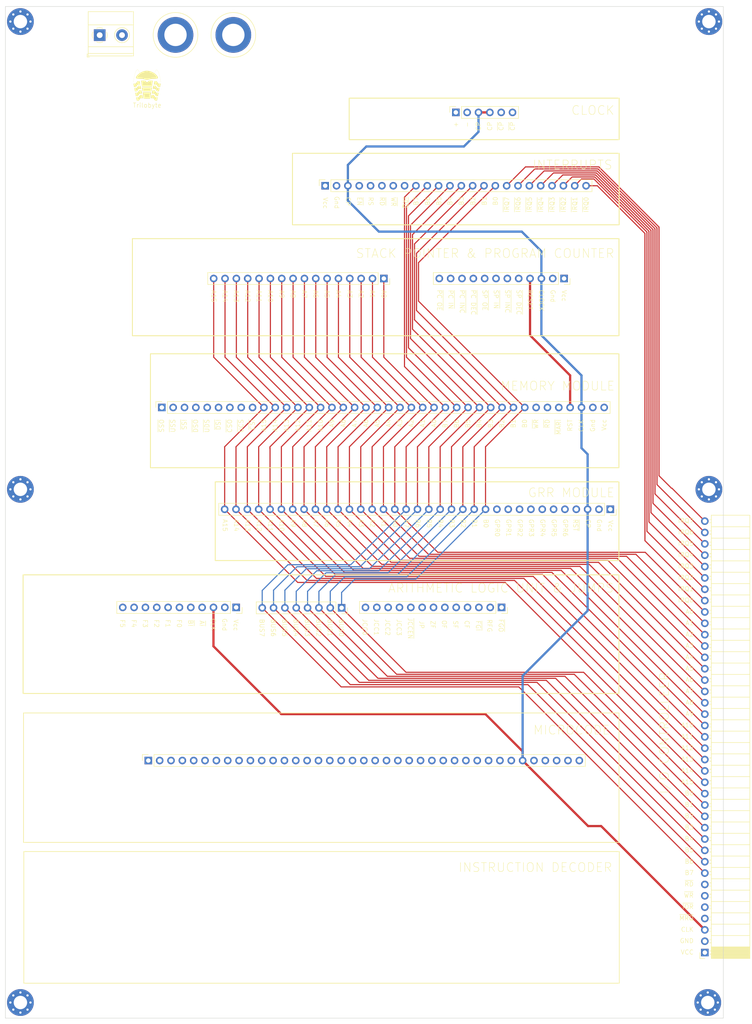
<source format=kicad_pcb>
(kicad_pcb (version 20211014) (generator pcbnew)
  (layers (0 "F.Cu" signal) (1 "In1.Cu" signal) (2 "In2.Cu" signal) (31 "B.Cu" signal) (34 "B.Paste" user) (35 "F.Paste" user) (36 "B.SilkS" user "B.Silkscreen") (37 "F.SilkS" user "F.Silkscreen") (38 "B.Mask" user) (39 "F.Mask" user) (44 "Edge.Cuts" user))
  (net 0 "")
  (net 1 "VCC")
  (net 2 "GND")
  (net 3 "CLOCK")
  (net 4 "~{LATCH_ACCUMULATOR}")
  (net 5 "~{LATCH_B}")
  (net 6 "ALU_FUNC_0")
  (net 7 "ALU_FUNC_1")
  (net 8 "ALU_FUNC_2")
  (net 9 "ALU_FUNC_3")
  (net 10 "ALU_FUNC_4")
  (net 11 "ALU_FUNC_5")
  (net 12 "RESET")
  (net 13 "~{SP_DEC}")
  (net 14 "~{SP_INC}")
  (net 15 "~{SP_LOAD}")
  (net 16 "~{SP_BUS_OUT}")
  (net 17 "~{PC_DEC}")
  (net 18 "~{PC_INC}")
  (net 19 "~{PC_LOAD}")
  (net 20 "~{PC_BUS_OUT}")
  (net 21 "BUS0")
  (net 22 "BUS1")
  (net 23 "BUS2")
  (net 24 "BUS3")
  (net 25 "BUS4")
  (net 26 "BUS5")
  (net 27 "BUS6")
  (net 28 "BUS7")
  (net 29 "~{ASSERT_STACK_SEG}")
  (net 30 "~{EN_STACK_SEG}")
  (net 31 "~{LATCH_STACK_SEG}")
  (net 32 "~{ASSERT_DATA_SEG}")
  (net 33 "~{EN_DATA_SEG}")
  (net 34 "~{LATCH_DATA_SEG}")
  (net 35 "~{ASSERT_CODE_SEG}")
  (net 36 "~{EN_CODE_SEG}")
  (net 37 "~{LATCH_CODE_SEG}")
  (net 38 "A15")
  (net 39 "A14")
  (net 40 "A13")
  (net 41 "A12")
  (net 42 "A11")
  (net 43 "A10")
  (net 44 "A9")
  (net 45 "A8")
  (net 46 "A7")
  (net 47 "A6")
  (net 48 "A5")
  (net 49 "A4")
  (net 50 "A3")
  (net 51 "A2")
  (net 52 "A1")
  (net 53 "A0")
  (net 54 "~{MEM_WRITE}")
  (net 55 "~{MEM_READ}")
  (net 56 "~{MEM_LATCH_MAR}")
  (net 57 "~{CONTROL7}")
  (net 58 "CONTROL6")
  (net 59 "CONTROL5")
  (net 60 "CONTROL4")
  (net 61 "CONTROL3")
  (net 62 "CONTROL2")
  (net 63 "CONTROL1")
  (net 64 "CONTROL0")
  (net 65 "~{FLAGS_OUT}")
  (net 66 "RESTORE_FLAGS")
  (net 67 "~{LATCH_FLAGS}")
  (net 72 "JCC_LD_PC_COND")
  (net 73 "~{JCC_EN}")
  (net 74 "JCC_ADR3")
  (net 75 "JCC_ADR2")
  (net 76 "JCC_ADR1")
  (net 77 "JCC_ADR0")
  (net 78 "~{CLOCK}")
  (net 79 "~{IREQ}")
  (net 80 "~{IRQ7}")
  (net 81 "~{IRQ6}")
  (net 82 "~{IRQ5}")
  (net 83 "~{IRQ4}")
  (net 84 "~{IRQ3}")
  (net 85 "~{IRQ2}")
  (net 86 "~{IRQ1}")
  (net 87 "~{IRQ0}")
  (net 88 "μA7")
  (net 89 "μA6")
  (net 90 "μA5")
  (net 91 "μA4")
  (net 92 "μA3")
  (net 93 "μA2")
  (net 94 "μA1")
  (net 95 "μA0")
  (net 96 "C_A7")
  (net 97 "C_A6")
  (net 98 "C_A5")
  (net 99 "C_A4")
  (net 100 "C_A3")
  (net 101 "C_A2")
  (net 102 "C_A1")
  (net 103 "C_A0")
  (net 104 "μB7")
  (net 105 "μB6")
  (net 106 "μB5")
  (net 107 "μB4")
  (net 108 "μB3")
  (net 109 "μB2")
  (net 110 "μB1")
  (net 111 "μB0")
  (net 112 "C_B7")
  (net 113 "C_B6")
  (net 114 "C_B5")
  (net 115 "C_B4")
  (net 116 "C_B3")
  (net 117 "C_B2")
  (net 118 "C_B1")
  (net 119 "C_B0")
  (net 120 "~{RESET}")
  (net 121 "~{LD_IR}")
  (net 122 "~{INT_REQUEST}")
  (net 123 "~{RESET_STEP}")
  (net 124 "~{IO_REQUEST}")
  (net 125 "~{INT_HDL_EN}")
  (net 126 "INT_HDL_REG_SEL")
  (net 127 "~{INT_HDL_READ}")
  (net 128 "~{INT_HDL_WRITE}")
  (net 129 "~{IO_READ}")
  (net 130 "~{IO_WRITE}")
  (net 131 "~{IO_MEM_REQUEST}")
  (footprint "Connector_PinSocket_2.54mm:PinSocket_1x24_P2.54mm_Vertical" (layer "F.Cu") (at 186.362 182.013 90)
    (fp_text reference "J3" hide)
    (fp_text value "Conn_01x24" hide)
  )
  (footprint "Connector_PinSocket_2.54mm:PinSocket_1x39_P2.54mm_Horizontal" (layer "F.Cu") (at 271.376 353.568 180)
    (fp_text reference "J15" hide)
    (fp_text value "Conn_01x39" hide)
  )
  (footprint "MountingHole:MountingHole_3mm_Pad_Via" (layer "F.Cu") (at 272.288 249.936)
    (fp_text reference "REF**" hide)
    (fp_text value "MountingHole_3mm_Pad_Via" hide)
  )
  (footprint "Connector_PinSocket_2.54mm:PinSocket_1x11_P2.54mm_Vertical" (layer "F.Cu") (at 166.423 276.352 -90)
    (fp_text reference "J1" hide)
    (fp_text value "Conn_01x12" hide)
  )
  (footprint "LIBRARY-8-bit-computer:BananaJack-2mm-Single" (layer "F.Cu") (at 165.794 148.272)
    (fp_text reference "J11" hide)
    (fp_text value "Screw_Terminal_01x01" hide)
  )
  (footprint "Connector_PinSocket_2.54mm:PinSocket_1x12_P2.54mm_Vertical" (layer "F.Cu") (at 239.856 202.77 -90)
    (fp_text reference "J2" hide)
    (fp_text value "Conn_01x12" hide)
  )
  (footprint "MountingHole:MountingHole_3mm_Pad_Via" (layer "F.Cu") (at 272.288 145.288)
    (fp_text reference "REF**" hide)
    (fp_text value "MountingHole_3mm_Pad_Via" hide)
  )
  (footprint "Connector_PinSocket_2.54mm:PinSocket_1x13_P2.54mm_Vertical" (layer "F.Cu") (at 225.858 276.352 -90)
    (fp_text reference "J8" hide)
    (fp_text value "Conn_01x13" hide)
  )
  (footprint "Connector_PinSocket_2.54mm:PinSocket_1x16_P2.54mm_Vertical" (layer "F.Cu") (at 199.49 202.77 -90)
    (fp_text reference "J7" hide)
    (fp_text value "Conn_01x16" hide)
  )
  (footprint "Connector_PinSocket_2.54mm:PinSocket_1x39_P2.54mm_Vertical" (layer "F.Cu") (at 146.754 310.604 90)
    (fp_text reference "J14" hide)
    (fp_text value "Conn_01x39" hide)
  )
  (footprint "Stephenv6:trilobyte-logo-small" (layer "F.Cu") (at 146.49 151.828)
    (fp_text reference "REF**" hide)
    (fp_text value "trilobyte-logo-small" hide)
  )
  (footprint "MountingHole:MountingHole_3mm_Pad_Via" (layer "F.Cu") (at 272.034 364.744)
    (fp_text reference "REF**" hide)
    (fp_text value "MountingHole_3mm_Pad_Via" hide)
  )
  (footprint "Connector_PinSocket_2.54mm:PinSocket_1x35_P2.54mm_Vertical" (layer "F.Cu") (at 250.208834 254.396583 -90)
    (fp_text reference "J6" hide)
    (fp_text value "Conn_01x35" hide)
  )
  (footprint "TerminalBlock_Phoenix:TerminalBlock_Phoenix_MKDS-1,5-2_1x02_P5.00mm_Horizontal" (layer "F.Cu") (at 135.862 148.323)
    (fp_text reference "J13" hide)
    (fp_text value "Screw_Terminal_01x02" hide)
  )
  (footprint "Connector_PinSocket_2.54mm:PinSocket_1x06_P2.54mm_Vertical" (layer "F.Cu") (at 215.612 165.611 90)
    (fp_text reference "J9" hide)
    (fp_text value "Conn_01x06" hide)
  )
  (footprint "LIBRARY-8-bit-computer:BananaJack-2mm-Single" (layer "F.Cu") (at 152.84 148.272)
    (fp_text reference "J10" hide)
    (fp_text value "Screw_Terminal_01x01" hide)
  )
  (footprint "MountingHole:MountingHole_3mm_Pad_Via" (layer "F.Cu") (at 118.11 364.744)
    (fp_text reference "REF**" hide)
    (fp_text value "MountingHole_3mm_Pad_Via" hide)
  )
  (footprint "MountingHole:MountingHole_3mm_Pad_Via" (layer "F.Cu") (at 118.11 145.288)
    (fp_text reference "REF**" hide)
    (fp_text value "MountingHole_3mm_Pad_Via" hide)
  )
  (footprint "Connector_PinSocket_2.54mm:PinSocket_1x08_P2.54mm_Vertical" (layer "F.Cu") (at 190.037 276.443 -90)
    (fp_text reference "J4" hide)
    (fp_text value "Conn_01x08" hide)
  )
  (footprint "Connector_PinSocket_2.54mm:PinSocket_1x40_P2.54mm_Vertical" (layer "F.Cu") (at 149.776 231.623 90)
    (fp_text reference "J5" hide)
    (fp_text value "Conn_01x40" hide)
  )
  (footprint "MountingHole:MountingHole_3mm_Pad_Via" (layer "F.Cu") (at 118.11 249.936)
    (fp_text reference "REF**" hide)
    (fp_text value "MountingHole_3mm_Pad_Via" hide)
  )
  (gr_rect (start 252.138 219.609) (end 147.236 245.099) (layer "F.SilkS") (width 0.2) (fill none))
  (gr_rect (start 252.154 215.572) (end 143.188 193.85) (layer "F.SilkS") (width 0.2) (fill none))
  (gr_rect (start 252.154 299.961) (end 118.804 328.917) (layer "F.SilkS") (width 0.15) (fill none))
  (gr_rect (start 252.222 330.962) (end 118.872 360.426) (layer "F.SilkS") (width 0.15) (fill none))
  (gr_rect (start 252.138 265.865) (end 161.738 248.253) (layer "F.SilkS") (width 0.2) (fill none))
  (gr_rect (start 118.713 295.609) (end 252.138 269.064) (layer "F.SilkS") (width 0.2) (fill none))
  (gr_rect (start 191.736 162.419) (end 252.188 171.707) (layer "F.SilkS") (width 0.2) (fill none))
  (gr_rect (start 179.036 174.755) (end 252.188 190.757) (layer "F.SilkS") (width 0.2) (fill none))
  (gr_rect (start 114.74 141.922) (end 275.522 368.236) (layer "Edge.Cuts") (width 0.1) (fill none))
  (gr_text "~{DSO}" (at 157.366 234.188 90) (layer "F.SilkS") (effects (font (size 1 1) (thickness 0.1)) (justify right)))
  (gr_text "A14" (at 166.479 256.54 270) (layer "F.SilkS") (effects (font (size 1 1) (thickness 0.1)) (justify left)))
  (gr_text "CLK" (at 268.918 348.408) (layer "F.SilkS") (effects (font (size 1 1) (thickness 0.1)) (justify right)))
  (gr_text "A9" (at 179.179 256.54 270) (layer "F.SilkS") (effects (font (size 1 1) (thickness 0.1)) (justify left)))
  (gr_text "A0" (at 268.918 277.288) (layer "F.SilkS") (effects (font (size 1 1) (thickness 0.1)) (justify right)))
  (gr_text "Vcc" (at 239.876 205.295 270) (layer "F.SilkS") (effects (font (size 1 1) (thickness 0.1)) (justify left)))
  (gr_text "IRQ7" (at 268.918 256.968) (layer "F.SilkS") (effects (font (size 1 1) (thickness 0.1)) (justify right)))
  (gr_text "B6" (at 215.786 234.188 90) (layer "F.SilkS") (effects (font (size 1 1) (thickness 0.1)) (justify right)))
  (gr_text "CP" (at 245.242 256.54 270) (layer "F.SilkS") (effects (font (size 1 1) (thickness 0.1)) (justify left)))
  (gr_text "~{FGO}" (at 225.72 281.94 270) (layer "F.SilkS") (effects (font (size 1 1) (thickness 0.1)) (justify right)))
  (gr_text "MEMORY MODULE" (at 238.422 226.811) (layer "F.SilkS") (effects (font (size 2 2) (thickness 0.1))))
  (gr_text "BUS2" (at 184.89 282.956 270) (layer "F.SilkS") (effects (font (size 1 1) (thickness 0.1)) (justify right)))
  (gr_text "B5" (at 218.326 234.188 90) (layer "F.SilkS") (effects (font (size 1 1) (thickness 0.1)) (justify right)))
  (gr_text "A11" (at 182.766 234.188 90) (layer "F.SilkS") (effects (font (size 1 1) (thickness 0.1)) (justify right)))
  (gr_text "A13" (at 177.686 234.188 90) (layer "F.SilkS") (effects (font (size 1 1) (thickness 0.1)) (justify right)))
  (gr_text "A6" (at 195.466 234.188 90) (layer "F.SilkS") (effects (font (size 1 1) (thickness 0.1)) (justify right)))
  (gr_text "IRQ1" (at 268.918 272.208) (layer "F.SilkS") (effects (font (size 1 1) (thickness 0.1)) (justify right)))
  (gr_text "~{IRQ}" (at 204.182 184.452 270) (layer "F.SilkS") (effects (font (size 1 1) (thickness 0.1)) (justify left)))
  (gr_text "B1" (at 268.918 320.468) (layer "F.SilkS") (effects (font (size 1 1) (thickness 0.1)) (justify right)))
  (gr_text "~{JCCEN}" (at 205.395 283.464 270) (layer "F.SilkS") (effects (font (size 1 1) (thickness 0.1)) (justify right)))
  (gr_text "B3" (at 216.872 186.474 90) (layer "F.SilkS") (effects (font (size 1 1) (thickness 0.1)) (justify left)))
  (gr_text "Gnd" (at 163.83 281.686 270) (layer "F.SilkS") (effects (font (size 1 1) (thickness 0.1)) (justify right)))
  (gr_text "A11" (at 174.099 256.54 270) (layer "F.SilkS") (effects (font (size 1 1) (thickness 0.1)) (justify left)))
  (gr_text "A9" (at 187.846 234.188 90) (layer "F.SilkS") (effects (font (size 1 1) (thickness 0.1)) (justify right)))
  (gr_text "BUS0" (at 189.97 282.956 270) (layer "F.SilkS") (effects (font (size 1 1) (thickness 0.1)) (justify right)))
  (gr_text "A5" (at 198.006 234.188 90) (layer "F.SilkS") (effects (font (size 1 1) (thickness 0.1)) (justify right)))
  (gr_text "GPR2" (at 229.979 260.604 270) (layer "F.SilkS") (effects (font (size 1 1) (thickness 0.1)) (justify right)))
  (gr_text "B4" (at 212.199 256.54 270) (layer "F.SilkS") (effects (font (size 1 1) (thickness 0.1)) (justify left)))
  (gr_text "GPR1" (at 227.439 260.604 270) (layer "F.SilkS") (effects (font (size 1 1) (thickness 0.1)) (justify right)))
  (gr_text "B0" (at 224.482 186.474 90) (layer "F.SilkS") (effects (font (size 1 1) (thickness 0.1)) (justify left)))
  (gr_text "-" (at 218.152 167.643 90) (layer "F.SilkS") (effects (font (size 1 1) (thickness 0.1)) (justify right)))
  (gr_text "~{IRQ3}" (at 237.202 184.452 90) (layer "F.SilkS") (effects (font (size 1 1) (thickness 0.1)) (justify right)))
  (gr_text "A2" (at 268.918 282.368) (layer "F.SilkS") (effects (font (size 1 1) (thickness 0.1)) (justify right)))
  (gr_text "A10" (at 176.639 256.54 270) (layer "F.SilkS") (effects (font (size 1 1) (thickness 0.1)) (justify left)))
  (gr_text "A5" (at 268.918 289.988) (layer "F.SilkS") (effects (font (size 1 1) (thickness 0.1)) (justify right)))
  (gr_text "B7" (at 206.722 186.484 90) (layer "F.SilkS") (effects (font (size 1 1) (thickness 0.1)) (justify left)))
  (gr_text "~{CSI}" (at 170.066 234.188 90) (layer "F.SilkS") (effects (font (size 1 1) (thickness 0.1)) (justify right)))
  (gr_text "CLOCK" (at 234.791 205.22 270) (layer "F.SilkS") (effects (font (size 1 1) (thickness 0.1)) (justify left)))
  (gr_text "JCC3" (at 202.895 282.727 270) (layer "F.SilkS") (effects (font (size 1 1) (thickness 0.1)) (justify right)))
  (gr_text "A4" (at 268.918 287.448) (layer "F.SilkS") (effects (font (size 1 1) (thickness 0.1)) (justify right)))
  (gr_text "B1" (at 219.819 256.54 270) (layer "F.SilkS") (effects (font (size 1 1) (thickness 0.1)) (justify left)))
  (gr_text "~{RST}" (at 242.425 256.54 270) (layer "F.SilkS") (effects (font (size 1 1) (thickness 0.1)) (justify left)))
  (gr_text "~{WR}" (at 233.566 234.188 90) (layer "F.SilkS") (effects (font (size 1 1) (thickness 0.1)) (justify right)))
  (gr_text "A3" (at 194.419 256.54 270) (layer "F.SilkS") (effects (font (size 1 1) (thickness 0.1)) (justify left)))
  (gr_text "IRQ0" (at 268.918 274.748) (layer "F.SilkS") (effects (font (size 1 1) (thickness 0.1)) (justify right)))
  (gr_text "GPR0" (at 224.899 260.604 270) (layer "F.SilkS") (effects (font (size 1 1) (thickness 0.1)) (justify right)))
  (gr_text "A12" (at 169.006 205.285 270) (layer "F.SilkS") (effects (font (size 1 1) (thickness 0.1)) (justify left)))
  (gr_text "IRQ4" (at 268.918 264.588) (layer "F.SilkS") (effects (font (size 1 1) (thickness 0.1)) (justify right)))
  (gr_text "BUS4" (at 179.81 282.956 270) (layer "F.SilkS") (effects (font (size 1 1) (thickness 0.1)) (justify right)))
  (gr_text "~{CP}" (at 225.772 167.643 90) (layer "F.SilkS") (effects (font (size 1 1) (thickness 0.1)) (justify right)))
  (gr_text "STACK POINTER & PROGRAM COUNTER" (at 222.182 197.152) (layer "F.SilkS") (effects (font (size 2 2) (thickness 0.1))))
  (gr_text "A7" (at 268.918 295.068) (layer "F.SilkS") (effects (font (size 1 1) (thickness 0.1)) (justify right)))
  (gr_text "A10" (at 268.918 302.688) (layer "F.SilkS") (effects (font (size 1 1) (thickness 0.1)) (justify right)))
  (gr_text "A7" (at 192.926 234.188 90) (layer "F.SilkS") (effects (font (size 1 1) (thickness 0.1)) (justify right)))
  (gr_text "A8" (at 190.386 234.188 90) (layer "F.SilkS") (effects (font (size 1 1) (thickness 0.1)) (justify right)))
  (gr_text "CP" (at 223.232 167.643 90) (layer "F.SilkS") (effects (font (size 1 1) (thickness 0.1)) (justify right)))
  (gr_text "F2" (at 148.59 280.924 270) (layer "F.SilkS") (effects (font (size 1 1) (thickness 0.1)) (justify right)))
  (gr_text "~{PC IN}" (at 214.476 205.245 270) (layer "F.SilkS") (effects (font (size 1 1) (thickness 0.1)) (justify left)))
  (gr_text "A4" (at 191.879 256.54 270) (layer "F.SilkS") (effects (font (size 1 1) (thickness 0.1)) (justify left)))
  (gr_text "B0" (at 268.918 317.928) (layer "F.SilkS") (effects (font (size 1 1) (thickness 0.1)) (justify right)))
  (gr_text "A12" (at 171.559 256.54 270) (layer "F.SilkS") (effects (font (size 1 1) (thickness 0.1)) (justify left)))
  (gr_text "B6" (at 207.119 256.54 270) (layer "F.SilkS") (effects (font (size 1 1) (thickness 0.1)) (justify left)))
  (gr_text "A15" (at 268.918 315.388) (layer "F.SilkS") (effects (font (size 1 1) (thickness 0.1)) (justify right)))
  (gr_text "~{CSO}" (at 164.986 234.188 90) (layer "F.SilkS") (effects (font (size 1 1) (thickness 0.1)) (justify right)))
  (gr_text "~{SP INC}" (at 227.176 205.195 270) (layer "F.SilkS") (effects (font (size 1 1) (thickness 0.1)) (justify left)))
  (gr_text "~{EN}" (at 194.042 184.452 270) (layer "F.SilkS") (effects (font (size 1 1) (thickness 0.1)) (justify left)))
  (gr_text "IRQ3" (at 268.918 267.128) (layer "F.SilkS") (effects (font (size 1 1) (thickness 0.1)) (justify right)))
  (gr_text "CP" (at 191.502 184.452 270) (layer "F.SilkS") (effects (font (size 1 1) (thickness 0.1)) (justify left)))
  (gr_text "A5" (at 189.339 256.54 270) (layer "F.SilkS") (effects (font (size 1 1) (thickness 0.1)) (justify left)))
  (gr_text "~{RD}" (at 236.106 234.188 90) (layer "F.SilkS") (effects (font (size 1 1) (thickness 0.1)) (justify right)))
  (gr_text "B2" (at 225.946 234.188 90) (layer "F.SilkS") (effects (font (size 1 1) (thickness 0.1)) (justify right)))
  (gr_text "~{AI}" (at 158.75 280.67 270) (layer "F.SilkS") (effects (font (size 1 1) (thickness 0.1)) (justify right)))
  (gr_text "A9" (at 176.626 205.285 270) (layer "F.SilkS") (effects (font (size 1 1) (thickness 0.1)) (justify left)))
  (gr_text "BUS7" (at 172.19 282.956 270) (layer "F.SilkS") (effects (font (size 1 1) (thickness 0.1)) (justify right)))
  (gr_text "B7" (at 204.579 256.54 270) (layer "F.SilkS") (effects (font (size 1 1) (thickness 0.1)) (justify left)))
  (gr_text "CF" (at 218.1 281.178 270) (layer "F.SilkS") (effects (font (size 1 1) (thickness 0.1)) (justify right)))
  (gr_text "B3" (at 223.406 234.188 90) (layer "F.SilkS") (effects (font (size 1 1) (thickness 0.1)) (justify right)))
  (gr_text "Vcc" (at 186.422 187.246 270) (layer "F.SilkS") (effects (font (size 1 1) (thickness 0.1)) (justify right)))
  (gr_text "Trilobyte" (at 146.49 164.02) (layer "F.SilkS") (effects (font (size 1 1) (thickness 0.1))))
  (gr_text "CLK" (at 243.726 234.188 90) (layer "F.SilkS") (effects (font (size 1 1) (thickness 0.1)) (justify right)))
  (gr_text "A8" (at 268.918 297.608) (layer "F.SilkS") (effects (font (size 1 1) (thickness 0.1)) (justify right)))
  (gr_text "BUS5" (at 177.27 282.956 270) (layer "F.SilkS") (effects (font (size 1 1) (thickness 0.1)) (justify right)))
  (gr_text "B5" (at 209.659 256.54 270) (layer "F.SilkS") (effects (font (size 1 1) (thickness 0.1)) (justify left)))
  (gr_text "SF" (at 215.56 281.178 270) (layer "F.SilkS") (effects (font (size 1 1) (thickness 0.1)) (justify right)))
  (gr_text "CLK" (at 161.29 281.686 270) (layer "F.SilkS") (effects (font (size 1 1) (thickness 0.1)) (justify right)))
  (gr_text "Gnd" (at 188.962 187.246 270) (layer "F.SilkS") (effects (font (size 1 1) (thickness 0.1)) (justify right)))
  (gr_text "A6" (at 184.246 205.285 270) (layer "F.SilkS") (effects (font (size 1 1) (thickness 0.1)) (justify left)))
  (gr_text "~{SP OE}" (at 222.106 205.245 270) (layer "F.SilkS") (effects (font (size 1 1) (thickness 0.1)) (justify left)))
  (gr_text "B0" (at 231.026 234.188 90) (layer "F.SilkS") (effects (font (size 1 1) (thickness 0.1)) (justify right)))
  (gr_text "A7" (at 181.706 205.285 270) (layer "F.SilkS") (effects (font (size 1 1) (thickness 0.1)) (justify left)))
  (gr_text "GPR6" (at 240.139 260.604 270) (layer "F.SilkS") (effects (font (size 1 1) (thickness 0.1)) (justify right)))
  (gr_text "GPR3" (at 232.519 260.604 270) (layer "F.SilkS") (effects (font (size 1 1) (thickness 0.1)) (justify right)))
  (gr_text "RFG" (at 223.18 281.94 270) (layer "F.SilkS") (effects (font (size 1 1) (thickness 0.1)) (justify right)))
  (gr_text "I/O CONTROLLEER" (at 262.314 304.466 90) (layer "F.SilkS") (effects (font (size 2 2) (thickness 0.1))))
  (gr_text "B1" (at 222.012 186.474 90) (layer "F.SilkS") (effects (font (size 1 1) (thickness 0.1)) (justify left)))
  (gr_text "RS" (at 196.582 184.452 270) (layer "F.SilkS") (effects (font (size 1 1) (thickness 0.1)) (justify left)))
  (gr_text "~{IRQ7}" (at 227.042 184.452 90) (layer "F.SilkS") (effects (font (size 1 1) (thickness 0.1)) (justify right)))
  (gr_text "VCC" (at 268.918 353.488) (layer "F.SilkS") (effects (font (size 1 1) (thickness 0.1)) (justify right)))
  (gr_text "BUS3" (at 182.35 282.956 270) (layer "F.SilkS") (effects (font (size 1 1) (thickness 0.1)) (justify right)))
  (gr_text "RESET" (at 232.251 205.195 270) (layer "F.SilkS") (effects (font (size 1 1) (thickness 0.1)) (justify left)))
  (gr_text "BUS6" (at 174.73 282.956 270) (layer "F.SilkS") (effects (font (size 1 1) (thickness 0.1)) (justify right)))
  (gr_text "JCC1" (at 197.82 282.702 270) (layer "F.SilkS") (effects (font (size 1 1) (thickness 0.1)) (justify right)))
  (gr_text "RST" (at 241.186 234.188 90) (layer "F.SilkS") (effects (font (size 1 1) (thickness 0.1)) (justify right)))
  (gr_text "~{USS}" (at 152.286 234.188 90) (layer "F.SilkS") (effects (font (size 1 1) (thickness 0.1)) (justify right)))
  (gr_text "F1" (at 151.13 280.924 270) (layer "F.SilkS") (effects (font (size 1 1) (thickness 0.1)) (justify right)))
  (gr_text "~{WR}" (at 201.662 184.452 270) (layer "F.SilkS") (effects (font (size 1 1) (thickness 0.1)) (justify left)))
  (gr_text "A1" (at 196.946 205.285 270) (layer "F.SilkS") (effects (font (size 1 1) (thickness 0.1)) (justify left)))
  (gr_text "A6" (at 268.918 292.528) (layer "F.SilkS") (effects (font (size 1 1) (thickness 0.1)) (justify right)))
  (gr_text "MICROCODE" (at 241.554 303.784) (layer "F.SilkS") (effects (font (size 2 2) (thickness 0.1))))
  (gr_text "~{SP DEC}" (at 229.726 205.22 270) (layer "F.SilkS") (effects (font (size 1 1) (thickness 0.1)) (justify left)))
  (gr_text "B2" (at 268.918 323.008) (layer "F.SilkS") (effects (font (size 1 1) (thickness 0.1)) (justify right)))
  (gr_text "~{CP}" (at 228.312 167.643 90) (layer "F.SilkS") (effects (font (size 1 1) (thickness 0.1)) (justify right)))
  (gr_text "F0" (at 153.67 280.924 270) (layer "F.SilkS") (effects (font (size 1 1) (thickness 0.1)) (justify right)))
  (gr_text "CP" (at 220.692 167.643 90) (layer "F.SilkS") (effects (font (size 1 1) (thickness 0.1)) (justify right)))
  (gr_text "~{UDS}" (at 159.906 234.188 90) (layer "F.SilkS") (effects (font (size 1 1) (thickness 0.1)) (justify right)))
  (gr_text "CLOCK" (at 246.312 165.148) (layer "F.SilkS") (effects (font (size 2 2) (thickness 0.1))))
  (gr_text "~{WR}" (at 268.918 340.788) (layer "F.SilkS") (effects (font (size 1 1) (thickness 0.1)) (justify right)))
  (gr_text "~{RD}" (at 199.122 184.452 270) (layer "F.SilkS") (effects (font (size 1 1) (thickness 0.1)) (justify left)))
  (gr_text "A4" (at 189.326 205.285 270) (layer "F.SilkS") (effects (font (size 1 1) (thickness 0.1)) (justify left)))
  (gr_text "+" (at 215.612 167.643 90) (layer "F.SilkS") (effects (font (size 1 1) (thickness 0.1)) (justify right)))
  (gr_text "A8" (at 179.166 205.285 270) (layer "F.SilkS") (effects (font (size 1 1) (thickness 0.1)) (justify left)))
  (gr_text "GPR5" (at 237.599 260.604 270) (layer "F.SilkS") (effects (font (size 1 1) (thickness 0.1)) (justify right)))
  (gr_text "A1" (at 208.166 234.188 90) (layer "F.SilkS") (effects (font (size 1 1) (thickness 0.1)) (justify right)))
  (gr_text "A10" (at 174.086 205.285 270) (layer "F.SilkS") (effects (font (size 1 1) (thickness 0.1)) (justify left)))
  (gr_text "A9" (at 268.918 300.148) (layer "F.SilkS") (effects (font (size 1 1) (thickness 0.1)) (justify right)))
  (gr_text "B6" (at 209.322 186.474 90) (layer "F.SilkS") (effects (font (size 1 1) (thickness 0.1)) (justify left)))
  (gr_text "Vcc" (at 250.299 256.794 270) (layer "F.SilkS") (effects (font (size 1 1) (thickness 0.1)) (justify left)))
  (gr_text "~{IRQ2}" (at 239.742 184.452 90) (layer "F.SilkS") (effects (font (size 1 1) (thickness 0.1)) (justify right)))
  (gr_text "INTERRUPTS" (at 241.74 177.34) (layer "F.SilkS") (effects (font (size 2 2) (thickness 0.1))))
  (gr_text "B6" (at 268.918 333.168) (layer "F.SilkS") (effects (font (size 1 1) (thickness 0.1)) (justify right)))
  (gr_text "JCC2" (at 200.345 282.727 270) (layer "F.SilkS") (effects (font (size 1 1) (thickness 0.1)) (justify right)))
  (gr_text "~{UCS}" (at 167.526 234.188 90) (layer "F.SilkS") (effects (font (size 1 1) (thickness 0.1)) (justify right)))
  (gr_text "A8" (at 181.719 256.54 270) (layer "F.SilkS") (effects (font (size 1 1) (thickness 0.1)) (justify left)))
  (gr_text "A5" (at 186.786 205.285 270) (layer "F.SilkS") (effects (font (size 1 1) (thickness 0.1)) (justify left)))
  (gr_text "A13" (at 169.019 256.54 270) (layer "F.SilkS") (effects (font (size 1 1) (thickness 0.1)) (justify left)))
  (gr_text "B3" (at 268.918 325.548) (layer "F.SilkS") (effects (font (size 1 1) (thickness 0.1)) (justify right)))
  (gr_text "A2" (at 196.959 256.54 270) (layer "F.SilkS") (effects (font (size 1 1) (thickness 0.1)) (justify left)))
  (gr_text "A11" (at 268.918 305.228) (layer "F.SilkS") (effects (font (size 1 1) (thickness 0.1)) (justify right)))
  (gr_text "B7" (at 213.246 234.188 90) (layer "F.SilkS") (effects (font (size 1 1) (thickness 0.1)) (justify right)))
  (gr_text "A0" (at 210.706 234.188 90) (layer "F.SilkS") (effects (font (size 1 1) (thickness 0.1)) (justify right)))
  (gr_text "~{IRQ0}" (at 244.822 184.452 90) (layer "F.SilkS") (effects (font (size 1 1) (thickness 0.1)) (justify right)))
  (gr_text "Gnd" (at 247.759 256.54 270) (layer "F.SilkS") (effects (font (size 1 1) (thickness 0.1)) (justify left)))
  (gr_text "A6" (at 186.799 256.54 270) (layer "F.SilkS") (effects (font (size 1 1) (thickness 0.1)) (justify left)))
  (gr_text "~{PC OE}" (at 211.951 205.22 270) (layer "F.SilkS") (effects (font (size 1 1) (thickness 0.1)) (justify left)))
  (gr_text "F4" (at 143.51 280.924 270) (layer "F.SilkS") (effects (font (size 1 1) (thickness 0.1)) (justify right)))
  (gr_text "B5" (at 268.918 330.628) (layer "F.SilkS") (effects (font (size 1 1) (thickness 0.1)) (justify right)))
  (gr_text "GPR4" (at 235.059 260.604 270) (layer "F.SilkS") (effects (font (size 1 1) (thickness 0.1)) (justify right)))
  (gr_text "A11" (at 171.546 205.285 270) (layer "F.SilkS") (effects (font (size 1 1) (thickness 0.1)) (justify left)))
  (gr_text "A15" (at 163.939 256.54 270) (layer "F.SilkS") (effects (font (size 1 1) (thickness 0.1)) (justify left)))
  (gr_text "~{DSI}" (at 162.446 234.188 90) (layer "F.SilkS") (effects (font (size 1 1) (thickness 0.1)) (justify right)))
  (gr_text "~{IRQ1}" (at 242.282 184.452 90) (layer "F.SilkS") (effects (font (size 1 1) (thickness 0.1)) (justify right)))
  (gr_text "A15" (at 172.606 234.188 90) (layer "F.SilkS") (effects (font (size 1 1) (thickness 0.1)) (justify right)))
  (gr_text "~{MRQ}" (at 268.918 345.868) (layer "F.SilkS") (effects (font (size 1 1) (thickness 0.1)) (justify right)))
  (gr_text "~{FGI}" (at 220.64 281.686 270) (layer "F.SilkS") (effects (font (size 1 1) (thickness 0.1)) (justify right)))
  (gr_text "A12" (at 268.918 307.768) (layer "F.SilkS") (effects (font (size 1 1) (thickness 0.1)) (justify right)))
  (gr_text "BUS1" (at 187.43 282.956 270) (layer "F.SilkS") (effects (font (size 1 1) (thickness 0.1)) (justify right)))
  (gr_text "A1" (at 199.499 256.54 270) (layer "F.SilkS") (effects (font (size 1 1) (thickness 0.1)) (justify left)))
  (gr_text "~{BI}" (at 156.21 280.67 270) (layer "F.SilkS") (effects (font (size 1 1) (thickness 0.1)) (justify right)))
  (gr_text "B7" (at 268.918 335.708) (layer "F.SilkS") (effects (font (size 1 1) (thickness 0.1)) (justify right)))
  (gr_text "~{MARI}" (at 238.646 234.188 90) (layer "F.SilkS") (effects (font (size 1 1) (thickness 0.1)) (justify right)))
  (gr_text "A14" (at 163.926 205.285 270) (layer "F.SilkS") (effects (font (size 1 1) (thickness 0.1)) (justify left)))
  (gr_text "B4" (at 268.918 328.088) (layer "F.SilkS") (effects (font (size 1 1) (thickness 0.1)) (justify right)))
  (gr_text "A14" (at 175.146 234.188 90) (layer "F.SilkS") (effects (font (size 1 1) (thickness 0.1)) (justify right)))
  (gr_text "A3" (at 203.086 234.188 90) (layer "F.SilkS") (effects (font (size 1 1) (thickness 0.1)) (justify right)))
  (gr_text "~{RD}" (at 268.918 338.248) (layer "F.SilkS") (effects (font (size 1 1) (thickness 0.1)) (justify right)))
  (gr_text "A10" (at 185.306 234.188 90) (layer "F.SilkS") (effects (font (size 1 1) (thickness 0.1)) (justify right)))
  (gr_text "Vcc" (at 248.806 234.188 90) (layer "F.SilkS") (effects (font (size 1 1) (thickness 0.1)) (justify right)))
  (gr_text "Gnd" (at 237.351 205.22 270) (layer "F.SilkS") (effects (font (size 1 1) (thickness 0.1)) (justify left)))
  (gr_text "GND" (at 268.918 350.948) (layer "F.SilkS") (effects (font (size 1 1) (thickness 0.1)) (justify right)))
  (gr_text "B5" (at 211.852 186.466 90) (layer "F.SilkS") (effects (font (size 1 1) (thickness 0.1)) (justify left)))
  (gr_text "IRQ6" (at 268.918 259.508) (layer "F.SilkS") (effects (font (size 1 1) (thickness 0.1)) (justify right)))
  (gr_text "~{PC INC}" (at 217.026 205.22 270) (layer "F.SilkS") (effects (font (size 1 1) (thickness 0.1)) (justify left)))
  (gr_text "ARITHMETIC LOGIC UNIT & JUMPS" (at 225.722 272.023) (layer "F.SilkS") (effects (font (size 2 2) (thickness 0.1))))
  (gr_text "A2" (at 205.626 234.188 90) (layer "F.SilkS") (effects (font (size 1 1) (thickness 0.1)) (justify right)))
  (gr_text "~{SP IN}" (at 224.626 205.245 270) (layer "F.SilkS") (effects (font (size 1 1) (thickness 0.1)) (justify left)))
  (gr_text "~{IOR}" (at 268.918 343.328) (layer "F.SilkS") (effects (font (size 1 1) (thickness 0.1)) (justify right)))
  (gr_text "JP" (at 207.97 281.178 270) (layer "F.SilkS") (effects (font (size 1 1) (thickness 0.1)) (justify right)))
  (gr_text "~{PC DEC}" (at 219.551 205.22 270) (layer "F.SilkS") (effects (font (size 1 1) (thickness 0.1)) (justify left)))
  (gr_text "~{IRQ4}" (at 234.662 184.452 90) (layer "F.SilkS") (effects (font (size 1 1) (thickness 0.1)) (justify right)))
  (gr_text "~{SSI}" (at 154.826 234.188 90) (layer "F.SilkS") (effects (font (size 1 1) (thickness 0.1)) (justify right)))
  (gr_text "A13" (at 166.466 205.285 270) (layer "F.SilkS") (effects (font (size 1 1) (thickness 0.1)) (justify left)))
  (gr_text "~{SSO}" (at 149.746 234.188 90) (layer "F.SilkS") (effects (font (size 1 1) (thickness 0.1)) (justify right)))
  (gr_text "A3" (at 268.918 284.908) (layer "F.SilkS") (effects (font (size 1 1) (thickness 0.1)) (justify right)))
  (gr_text "A14" (at 268.918 312.848) (layer "F.SilkS") (effects (font (size 1 1) (thickness 0.1)) (justify right)))
  (gr_text "INSTRUCTION DECODER" (at 233.426 334.518) (layer "F.SilkS") (effects (font (size 2 2) (thickness 0.1))))
  (gr_text "Vcc" (at 166.37 281.686 270) (layer "F.SilkS") (effects (font (size 1 1) (thickness 0.1)) (justify right)))
  (gr_text "A12" (at 180.226 234.188 90) (layer "F.SilkS") (effects (font (size 1 1) (thickness 0.1)) (justify right)))
  (gr_text "A0" (at 199.486 205.285 270) (layer "F.SilkS") (effects (font (size 1 1) (thickness 0.1)) (justify left)))
  (gr_text "IRQ2" (at 268.918 269.668) (layer "F.SilkS") (effects (font (size 1 1) (thickness 0.1)) (justify right)))
  (gr_text "A0" (at 202.039 256.54 270) (layer "F.SilkS") (effects (font (size 1 1) (thickness 0.1)) (justify left)))
  (gr_text "Gnd" (at 246.266 234.188 90) (layer "F.SilkS") (effects (font (size 1 1) (thickness 0.1)) (justify right)))
  (gr_text "GRR MODULE" (at 241.47 250.687) (layer "F.SilkS") (effects (font (size 2 2) (thickness 0.1))))
  (gr_text "B3" (at 214.739 256.54 270) (layer "F.SilkS") (effects (font (size 1 1) (thickness 0.1)) (justify left)))
  (gr_text "B0" (at 222.359 256.54 270) (layer "F.SilkS") (effects (font (size 1 1) (thickness 0.1)) (justify left)))
  (gr_text "B1" (at 228.486 234.188 90) (layer "F.SilkS") (effects (font (size 1 1) (thickness 0.1)) (justify right)))
  (gr_text "JCC0" (at 195.245 282.677 270) (layer "F.SilkS") (effects (font (size 1 1) (thickness 0.1)) (justify right)))
  (gr_text "~{IRQ5}" (at 232.122 184.452 90) (layer "F.SilkS") (effects (font (size 1 1) (thickness 0.1)) (justify right)))
  (gr_text "F3" (at 146.05 280.924 270) (layer "F.SilkS") (effects (font (size 1 1) (thickness 0.1)) (justify right)))
  (gr_text "OF" (at 213.02 281.178 270) (layer "F.SilkS") (effects (font (size 1 1) (thickness 0.1)) (justify right)))
  (gr_text "B4" (at 214.342 186.466 90) (layer "F.SilkS") (effects (font (size 1 1) (thickness 0.1)) (justify left)))
  (gr_text "~{IRQ6}" (at 229.582 184.452 90) (layer "F.SilkS") (effects (font (size 1 1) (thickness 0.1)) (justify right)))
  (gr_text "A13" (at 268.918 310.308) (layer "F.SilkS") (effects (font (size 1 1) (thickness 0.1)) (justify right)))
  (gr_text "B4" (at 220.866 234.188 90) (layer "F.SilkS") (effects (font (size 1 1) (thickness 0.1)) (justify right)))
  (gr_text "A1" (at 268.918 279.828) (layer "F.SilkS") (effects (font (size 1 1) (thickness 0.1)) (justify right)))
  (gr_text "IRQ5" (at 268.918 262.048) (layer "F.SilkS") (effects (font (size 1 1) (thickness 0.1)) (justify right)))
  (gr_text "ZF" (at 210.48 281.178 270) (layer "F.SilkS") (effects (font (size 1 1) (thickness 0.1)) (justify right)))
  (gr_text "A3" (at 191.866 205.285 270) (layer "F.SilkS") (effects (font (size 1 1) (thickness 0.1)) (justify left)))
  (gr_text "B2" (at 217.279 256.54 270) (layer "F.SilkS") (effects (font (size 1 1) (thickness 0.1)) (justify left)))
  (gr_text "B2" (at 219.472 186.474 90) (layer "F.SilkS") (effects (font (size 1 1) (thickness 0.1)) (justify left)))
  (gr_text "A15" (at 161.386 205.285 270) (layer "F.SilkS") (effects (font (size 1 1) (thickness 0.1)) (justify left)))
  (gr_text "A2" (at 194.406 205.285 270) (layer "F.SilkS") (effects (font (size 1 1) (thickness 0.1)) (justify left)))
  (gr_text "A7" (at 184.259 256.54 270) (layer "F.SilkS") (effects (font (size 1 1) (thickness 0.1)) (justify left)))
  (gr_text "F5" (at 140.97 280.924 270) (layer "F.SilkS") (effects (font (size 1 1) (thickness 0.1)) (justify right)))
  (gr_text "A4" (at 200.546 234.188 90) (layer "F.SilkS") (effects (font (size 1 1) (thickness 0.1)) (justify right)))
  (segment (start 161.343 276.352) (end 161.343 285.041) (width 0.5) (layer "F.Cu") (net 3))
  (segment (start 161.343 285.041) (end 176.53 300.228) (width 0.5) (layer "F.Cu") (net 3))
  (segment (start 176.53 300.228) (end 222.25 300.228) (width 0.5) (layer "F.Cu") (net 3))
  (segment (start 230.574 308.552) (end 230.574 310.604) (width 0.5) (layer "F.Cu") (net 3))
  (segment (start 222.25 300.228) (end 230.574 308.552) (width 0.5) (layer "F.Cu") (net 3))
  (segment (start 230.574 310.604) (end 245.24 325.27) (width 0.5) (layer "F.Cu") (net 3))
  (segment (start 248.158 325.27) (end 271.376 348.488) (width 0.5) (layer "F.Cu") (net 3))
  (segment (start 245.24 325.27) (end 248.158 325.27) (width 0.5) (layer "F.Cu") (net 3))
  (segment (start 220.692 165.611) (end 223.232 165.611) (width 0.5) (layer "F.Cu") (net 3))
  (segment (start 195.58 173.228) (end 191.442 177.366) (width 0.5) (layer "B.Cu") (net 3))
  (segment (start 245.128834 254.396583) (end 245.128834 277.095166) (width 0.5) (layer "B.Cu") (net 3))
  (segment (start 234.776 196.676) (end 234.776 202.77) (width 0.5) (layer "B.Cu") (net 3))
  (segment (start 234.776 202.77) (end 234.776 215.472) (width 0.5) (layer "B.Cu") (net 3))
  (segment (start 217.424 173.228) (end 195.58 173.228) (width 0.5) (layer "B.Cu") (net 3))
  (segment (start 243.756 240.708) (end 245.128834 242.080834) (width 0.5) (layer "B.Cu") (net 3))
  (segment (start 191.442 182.013) (end 191.442 185.346) (width 0.5) (layer "B.Cu") (net 3))
  (segment (start 230.378 192.278) (end 234.776 196.676) (width 0.5) (layer "B.Cu") (net 3))
  (segment (start 230.574 291.65) (end 230.574 310.604) (width 0.5) (layer "B.Cu") (net 3))
  (segment (start 243.756 224.452) (end 243.756 231.623) (width 0.5) (layer "B.Cu") (net 3))
  (segment (start 220.692 169.96) (end 217.424 173.228) (width 0.5) (layer "B.Cu") (net 3))
  (segment (start 220.692 165.611) (end 220.692 169.96) (width 0.5) (layer "B.Cu") (net 3))
  (segment (start 243.756 231.623) (end 243.756 240.708) (width 0.5) (layer "B.Cu") (net 3))
  (segment (start 191.442 177.366) (end 191.442 182.013) (width 0.5) (layer "B.Cu") (net 3))
  (segment (start 245.128834 277.095166) (end 230.574 291.65) (width 0.5) (layer "B.Cu") (net 3))
  (segment (start 198.374 192.278) (end 230.378 192.278) (width 0.5) (layer "B.Cu") (net 3))
  (segment (start 234.776 215.472) (end 243.756 224.452) (width 0.5) (layer "B.Cu") (net 3))
  (segment (start 191.442 185.346) (end 198.374 192.278) (width 0.5) (layer "B.Cu") (net 3))
  (segment (start 245.128834 242.080834) (end 245.128834 254.396583) (width 0.5) (layer "B.Cu") (net 3))
  (segment (start 241.216 224.452) (end 241.216 231.623) (width 0.5) (layer "F.Cu") (net 12))
  (segment (start 232.236 202.77) (end 232.236 215.472) (width 0.5) (layer "F.Cu") (net 12))
  (segment (start 232.236 215.472) (end 241.216 224.452) (width 0.5) (layer "F.Cu") (net 12))
  (segment (start 204.462446 290.868446) (end 244.236446 290.868446) (width 0.25) (layer "F.Cu") (net 21))
  (segment (start 244.236446 290.868446) (end 271.376 318.008) (width 0.25) (layer "F.Cu") (net 21))
  (segment (start 222.268834 254.396583) (end 222.268834 240.410166) (width 0.25) (layer "F.Cu") (net 21))
  (segment (start 224.462 182.013) (end 207.264 199.211) (width 0.25) (layer "F.Cu") (net 21))
  (segment (start 190.037 276.443) (end 204.462446 290.868446) (width 0.25) (layer "F.Cu") (net 21))
  (segment (start 207.264 199.211) (end 207.264 207.831) (width 0.25) (layer "F.Cu") (net 21))
  (segment (start 222.268834 240.410166) (end 231.056 231.623) (width 0.25) (layer "F.Cu") (net 21))
  (segment (start 207.264 207.831) (end 231.056 231.623) (width 0.25) (layer "F.Cu") (net 21))
  (segment (start 190.037 273.005) (end 193.04 270.002) (width 0.25) (layer "B.Cu") (net 21))
  (segment (start 206.663417 270.002) (end 222.268834 254.396583) (width 0.25) (layer "B.Cu") (net 21))
  (segment (start 193.04 270.002) (end 206.663417 270.002) (width 0.25) (layer "B.Cu") (net 21))
  (segment (start 190.037 276.443) (end 190.037 273.005) (width 0.25) (layer "B.Cu") (net 21))
  (segment (start 206.81449 209.92149) (end 228.516 231.623) (width 0.25) (layer "F.Cu") (net 22))
  (segment (start 219.728834 240.410166) (end 228.516 231.623) (width 0.25) (layer "F.Cu") (net 22))
  (segment (start 219.728834 254.396583) (end 219.728834 240.410166) (width 0.25) (layer "F.Cu") (net 22))
  (segment (start 271.376 320.548) (end 242.14596 291.31796) (width 0.25) (layer "F.Cu") (net 22))
  (segment (start 206.81449 197.12051) (end 206.81449 209.92149) (width 0.25) (layer "F.Cu") (net 22))
  (segment (start 242.14596 291.31796) (end 202.37196 291.31796) (width 0.25) (layer "F.Cu") (net 22))
  (segment (start 221.922 182.013) (end 206.81449 197.12051) (width 0.25) (layer "F.Cu") (net 22))
  (segment (start 202.37196 291.31796) (end 187.497 276.443) (width 0.25) (layer "F.Cu") (net 22))
  (segment (start 187.497 276.443) (end 187.497 272.751) (width 0.25) (layer "B.Cu") (net 22))
  (segment (start 204.631417 269.494) (end 219.728834 254.396583) (width 0.25) (layer "B.Cu") (net 22))
  (segment (start 190.754 269.494) (end 204.631417 269.494) (width 0.25) (layer "B.Cu") (net 22))
  (segment (start 187.497 272.751) (end 190.754 269.494) (width 0.25) (layer "B.Cu") (net 22))
  (segment (start 206.36498 212.01198) (end 225.976 231.623) (width 0.25) (layer "F.Cu") (net 23))
  (segment (start 240.05547 291.76747) (end 200.28147 291.76747) (width 0.25) (layer "F.Cu") (net 23))
  (segment (start 206.36498 195.03002) (end 206.36498 212.01198) (width 0.25) (layer "F.Cu") (net 23))
  (segment (start 217.188834 254.396583) (end 217.188834 240.410166) (width 0.25) (layer "F.Cu") (net 23))
  (segment (start 217.188834 240.410166) (end 225.976 231.623) (width 0.25) (layer "F.Cu") (net 23))
  (segment (start 219.382 182.013) (end 206.36498 195.03002) (width 0.25) (layer "F.Cu") (net 23))
  (segment (start 271.376 323.088) (end 240.05547 291.76747) (width 0.25) (layer "F.Cu") (net 23))
  (segment (start 200.28147 291.76747) (end 184.957 276.443) (width 0.25) (layer "F.Cu") (net 23))
  (segment (start 184.957 276.443) (end 184.957 272.751) (width 0.25) (layer "B.Cu") (net 23))
  (segment (start 184.957 272.751) (end 188.663511 269.044489) (width 0.25) (layer "B.Cu") (net 23))
  (segment (start 202.540928 269.044489) (end 217.188834 254.396583) (width 0.25) (layer "B.Cu") (net 23))
  (segment (start 188.663511 269.044489) (end 202.540928 269.044489) (width 0.25) (layer "B.Cu") (net 23))
  (segment (start 205.91547 192.93953) (end 205.91547 214.10247) (width 0.25) (layer "F.Cu") (net 24))
  (segment (start 216.842 182.013) (end 205.91547 192.93953) (width 0.25) (layer "F.Cu") (net 24))
  (segment (start 271.376 325.628) (end 237.96498 292.21698) (width 0.25) (layer "F.Cu") (net 24))
  (segment (start 198.19098 292.21698) (end 182.417 276.443) (width 0.25) (layer "F.Cu") (net 24))
  (segment (start 214.648834 240.410166) (end 223.436 231.623) (width 0.25) (layer "F.Cu") (net 24))
  (segment (start 237.96498 292.21698) (end 198.19098 292.21698) (width 0.25) (layer "F.Cu") (net 24))
  (segment (start 205.91547 214.10247) (end 223.436 231.623) (width 0.25) (layer "F.Cu") (net 24))
  (segment (start 214.648834 254.396583) (end 214.648834 240.410166) (width 0.25) (layer "F.Cu") (net 24))
  (segment (start 182.417 276.443) (end 182.417 272.751) (width 0.25) (layer "B.Cu") (net 24))
  (segment (start 186.573022 268.594978) (end 200.450439 268.594978) (width 0.25) (layer "B.Cu") (net 24))
  (segment (start 200.450439 268.594978) (end 214.648834 254.396583) (width 0.25) (layer "B.Cu") (net 24))
  (segment (start 182.417 272.751) (end 186.573022 268.594978) (width 0.25) (layer "B.Cu") (net 24))
  (segment (start 196.10049 292.66649) (end 179.877 276.443) (width 0.25) (layer "F.Cu") (net 25))
  (segment (start 212.108834 254.396583) (end 212.108834 240.410166) (width 0.25) (layer "F.Cu") (net 25))
  (segment (start 212.108834 240.410166) (end 220.896 231.623) (width 0.25) (layer "F.Cu") (net 25))
  (segment (start 235.87449 292.66649) (end 196.10049 292.66649) (width 0.25) (layer "F.Cu") (net 25))
  (segment (start 214.302 182.013) (end 205.46596 190.84904) (width 0.25) (layer "F.Cu") (net 25))
  (segment (start 205.46596 190.84904) (end 205.46596 216.19296) (width 0.25) (layer "F.Cu") (net 25))
  (segment (start 271.376 328.168) (end 235.87449 292.66649) (width 0.25) (layer "F.Cu") (net 25))
  (segment (start 205.46596 216.19296) (end 220.896 231.623) (width 0.25) (layer "F.Cu") (net 25))
  (segment (start 212.108834 254.396583) (end 198.35995 268.145467) (width 0.25) (layer "B.Cu") (net 25))
  (segment (start 184.482533 268.145467) (end 179.877 272.751) (width 0.25) (layer "B.Cu") (net 25))
  (segment (start 198.35995 268.145467) (end 184.482533 268.145467) (width 0.25) (layer "B.Cu") (net 25))
  (segment (start 179.877 272.751) (end 179.877 276.443) (width 0.25) (layer "B.Cu") (net 25))
  (segment (start 205.01645 188.75855) (end 205.01645 218.28345) (width 0.25) (layer "F.Cu") (net 26))
  (segment (start 209.568834 254.396583) (end 209.568834 240.410166) (width 0.25) (layer "F.Cu") (net 26))
  (segment (start 205.01645 218.28345) (end 218.356 231.623) (width 0.25) (layer "F.Cu") (net 26))
  (segment (start 209.568834 240.410166) (end 218.356 231.623) (width 0.25) (layer "F.Cu") (net 26))
  (segment (start 211.762 182.013) (end 205.01645 188.75855) (width 0.25) (layer "F.Cu") (net 26))
  (segment (start 194.01 293.116) (end 177.337 276.443) (width 0.25) (layer "F.Cu") (net 26))
  (segment (start 233.784 293.116) (end 194.01 293.116) (width 0.25) (layer "F.Cu") (net 26))
  (segment (start 271.376 330.708) (end 233.784 293.116) (width 0.25) (layer "F.Cu") (net 26))
  (segment (start 196.269461 267.695956) (end 209.568834 254.396583) (width 0.25) (layer "B.Cu") (net 26))
  (segment (start 177.337 272.497) (end 182.138044 267.695956) (width 0.25) (layer "B.Cu") (net 26))
  (segment (start 177.337 276.443) (end 177.337 272.497) (width 0.25) (layer "B.Cu") (net 26))
  (segment (start 182.138044 267.695956) (end 196.269461 267.695956) (width 0.25) (layer "B.Cu") (net 26))
  (segment (start 271.376 333.248) (end 231.752 293.624) (width 0.25) (layer "F.Cu") (net 27))
  (segment (start 191.978 293.624) (end 174.797 276.443) (width 0.25) (layer "F.Cu") (net 27))
  (segment (start 209.222 182.013) (end 204.56694 186.66806) (width 0.25) (layer "F.Cu") (net 27))
  (segment (start 204.56694 186.66806) (end 204.56694 220.37394) (width 0.25) (layer "F.Cu") (net 27))
  (segment (start 207.028834 240.410166) (end 215.816 231.623) (width 0.25) (layer "F.Cu") (net 27))
  (segment (start 231.752 293.624) (end 191.978 293.624) (width 0.25) (layer "F.Cu") (net 27))
  (segment (start 207.028834 254.396583) (end 207.028834 240.410166) (width 0.25) (layer "F.Cu") (net 27))
  (segment (start 204.56694 220.37394) (end 215.816 231.623) (width 0.25) (layer "F.Cu") (net 27))
  (segment (start 180.047555 267.246445) (end 194.178972 267.246445) (width 0.25) (layer "B.Cu") (net 27))
  (segment (start 174.797 276.443) (end 174.797 272.497) (width 0.25) (layer "B.Cu") (net 27))
  (segment (start 174.797 272.497) (end 180.047555 267.246445) (width 0.25) (layer "B.Cu") (net 27))
  (segment (start 194.178972 267.246445) (end 207.028834 254.396583) (width 0.25) (layer "B.Cu") (net 27))
  (segment (start 204.11743 222.46443) (end 213.276 231.623) (width 0.25) (layer "F.Cu") (net 28))
  (segment (start 204.488834 254.396583) (end 204.488834 240.410166) (width 0.25) (layer "F.Cu") (net 28))
  (segment (start 206.682 182.013) (end 204.11743 184.57757) (width 0.25) (layer "F.Cu") (net 28))
  (segment (start 204.11743 184.57757) (end 204.11743 222.46443) (width 0.25) (layer "F.Cu") (net 28))
  (segment (start 204.488834 240.410166) (end 213.276 231.623) (width 0.25) (layer "F.Cu") (net 28))
  (segment (start 271.376 335.788) (end 229.72 294.132) (width 0.25) (layer "F.Cu") (net 28))
  (segment (start 229.72 294.132) (end 189.946 294.132) (width 0.25) (layer "F.Cu") (net 28))
  (segment (start 189.946 294.132) (end 172.257 276.443) (width 0.25) (layer "F.Cu") (net 28))
  (segment (start 204.488834 254.396583) (end 192.088482 266.796935) (width 0.25) (layer "B.Cu") (net 28))
  (segment (start 178.020213 266.796935) (end 172.257 272.560148) (width 0.25) (layer "B.Cu") (net 28))
  (segment (start 192.088482 266.796935) (end 178.020213 266.796935) (width 0.25) (layer "B.Cu") (net 28))
  (segment (start 172.257 272.560148) (end 172.257 276.443) (width 0.25) (layer "B.Cu") (net 28))
  (segment (start 226.672 270.764) (end 180.216251 270.764) (width 0.25) (layer "F.Cu") (net 38))
  (segment (start 161.39 220.377) (end 172.636 231.623) (width 0.25) (layer "F.Cu") (net 38))
  (segment (start 163.848834 240.410166) (end 163.848834 254.396583) (width 0.25) (layer "F.Cu") (net 38))
  (segment (start 180.216251 270.764) (end 163.848834 254.396583) (width 0.25) (layer "F.Cu") (net 38))
  (segment (start 271.376 315.468) (end 226.672 270.764) (width 0.25) (layer "F.Cu") (net 38))
  (segment (start 172.636 231.623) (end 163.848834 240.410166) (width 0.25) (layer "F.Cu") (net 38))
  (segment (start 161.39 202.77) (end 161.39 220.377) (width 0.25) (layer "F.Cu") (net 38))
  (segment (start 166.388834 240.410166) (end 166.388834 254.396583) (width 0.25) (layer "F.Cu") (net 39))
  (segment (start 163.93 220.377) (end 175.176 231.623) (width 0.25) (layer "F.Cu") (net 39))
  (segment (start 163.93 202.77) (end 163.93 220.377) (width 0.25) (layer "F.Cu") (net 39))
  (segment (start 228.76249 270.31449) (end 271.376 312.928) (width 0.25) (layer "F.Cu") (net 39))
  (segment (start 182.306741 270.31449) (end 228.76249 270.31449) (width 0.25) (layer "F.Cu") (net 39))
  (segment (start 166.388834 254.396583) (end 182.306741 270.31449) (width 0.25) (layer "F.Cu") (net 39))
  (segment (start 175.176 231.623) (end 166.388834 240.410166) (width 0.25) (layer "F.Cu") (net 39))
  (segment (start 184.39723 269.864979) (end 168.928834 254.396583) (width 0.25) (layer "F.Cu") (net 40))
  (segment (start 166.47 202.77) (end 166.47 220.377) (width 0.25) (layer "F.Cu") (net 40))
  (segment (start 271.376 310.388) (end 230.852979 269.864979) (width 0.25) (layer "F.Cu") (net 40))
  (segment (start 177.716 231.623) (end 168.928834 240.410166) (width 0.25) (layer "F.Cu") (net 40))
  (segment (start 230.852979 269.864979) (end 184.39723 269.864979) (width 0.25) (layer "F.Cu") (net 40))
  (segment (start 168.928834 240.410166) (end 168.928834 254.396583) (width 0.25) (layer "F.Cu") (net 40))
  (segment (start 166.47 220.377) (end 177.716 231.623) (width 0.25) (layer "F.Cu") (net 40))
  (segment (start 169.01 220.377) (end 180.256 231.623) (width 0.25) (layer "F.Cu") (net 41))
  (segment (start 186.48772 269.415469) (end 232.943469 269.415469) (width 0.25) (layer "F.Cu") (net 41))
  (segment (start 232.943469 269.415469) (end 271.376 307.848) (width 0.25) (layer "F.Cu") (net 41))
  (segment (start 180.256 231.623) (end 171.468834 240.410166) (width 0.25) (layer "F.Cu") (net 41))
  (segment (start 171.468834 254.396583) (end 186.48772 269.415469) (width 0.25) (layer "F.Cu") (net 41))
  (segment (start 171.468834 240.410166) (end 171.468834 254.396583) (width 0.25) (layer "F.Cu") (net 41))
  (segment (start 169.01 202.77) (end 169.01 220.377) (width 0.25) (layer "F.Cu") (net 41))
  (segment (start 182.796 231.623) (end 173.99 240.429) (width 0.25) (layer "F.Cu") (net 42))
  (segment (start 173.99 240.792) (end 174.008834 240.810834) (width 0.25) (layer "F.Cu") (net 42))
  (segment (start 171.55 202.77) (end 171.55 220.377) (width 0.25) (layer "F.Cu") (net 42))
  (segment (start 171.55 220.377) (end 182.796 231.623) (width 0.25) (layer "F.Cu") (net 42))
  (segment (start 271.376 305.308) (end 235.033958 268.965958) (width 0.25) (layer "F.Cu") (net 42))
  (segment (start 235.033958 268.965958) (end 188.578209 268.965958) (width 0.25) (layer "F.Cu") (net 42))
  (segment (start 188.578209 268.965958) (end 174.008834 254.396583) (width 0.25) (layer "F.Cu") (net 42))
  (segment (start 173.99 240.429) (end 173.99 240.792) (width 0.25) (layer "F.Cu") (net 42))
  (segment (start 174.008834 240.810834) (end 174.008834 254.396583) (width 0.25) (layer "F.Cu") (net 42))
  (segment (start 237.124448 268.516448) (end 271.376 302.768) (width 0.25) (layer "F.Cu") (net 43))
  (segment (start 176.548834 254.396583) (end 190.668699 268.516448) (width 0.25) (layer "F.Cu") (net 43))
  (segment (start 176.548834 254.396583) (end 176.548834 240.410166) (width 0.25) (layer "F.Cu") (net 43))
  (segment (start 190.668699 268.516448) (end 237.124448 268.516448) (width 0.25) (layer "F.Cu") (net 43))
  (segment (start 174.09 202.77) (end 174.09 220.377) (width 0.25) (layer "F.Cu") (net 43))
  (segment (start 176.548834 240.410166) (end 185.336 231.623) (width 0.25) (layer "F.Cu") (net 43))
  (segment (start 174.09 220.377) (end 185.336 231.623) (width 0.25) (layer "F.Cu") (net 43))
  (segment (start 176.63 202.77) (end 176.63 220.377) (width 0.25) (layer "F.Cu") (net 44))
  (segment (start 239.214937 268.066937) (end 192.759188 268.066937) (width 0.25) (layer "F.Cu") (net 44))
  (segment (start 271.376 300.228) (end 239.214937 268.066937) (width 0.25) (layer "F.Cu") (net 44))
  (segment (start 192.759188 268.066937) (end 179.088834 254.396583) (width 0.25) (layer "F.Cu") (net 44))
  (segment (start 179.088834 254.396583) (end 179.088834 240.410166) (width 0.25) (layer "F.Cu") (net 44))
  (segment (start 176.63 220.377) (end 187.876 231.623) (width 0.25) (layer "F.Cu") (net 44))
  (segment (start 179.088834 240.410166) (end 187.876 231.623) (width 0.25) (layer "F.Cu") (net 44))
  (segment (start 181.628834 254.396583) (end 181.628834 240.410166) (width 0.25) (layer "F.Cu") (net 45))
  (segment (start 179.17 220.377) (end 190.416 231.623) (width 0.25) (layer "F.Cu") (net 45))
  (segment (start 194.849678 267.617427) (end 241.305427 267.617427) (width 0.25) (layer "F.Cu") (net 45))
  (segment (start 241.305427 267.617427) (end 271.376 297.688) (width 0.25) (layer "F.Cu") (net 45))
  (segment (start 181.628834 254.396583) (end 194.849678 267.617427) (width 0.25) (layer "F.Cu") (net 45))
  (segment (start 181.628834 240.410166) (end 190.416 231.623) (width 0.25) (layer "F.Cu") (net 45))
  (segment (start 179.17 202.77) (end 179.17 220.377) (width 0.25) (layer "F.Cu") (net 45))
  (segment (start 196.940167 267.167916) (end 184.168834 254.396583) (width 0.25) (layer "F.Cu") (net 46))
  (segment (start 243.395916 267.167916) (end 196.940167 267.167916) (width 0.25) (layer "F.Cu") (net 46))
  (segment (start 181.71 220.377) (end 192.956 231.623) (width 0.25) (layer "F.Cu") (net 46))
  (segment (start 184.168834 240.410166) (end 192.956 231.623) (width 0.25) (layer "F.Cu") (net 46))
  (segment (start 271.376 295.148) (end 243.395916 267.167916) (width 0.25) (layer "F.Cu") (net 46))
  (segment (start 181.71 202.77) (end 181.71 220.377) (width 0.25) (layer "F.Cu") (net 46))
  (segment (start 184.168834 254.396583) (end 184.168834 240.410166) (width 0.25) (layer "F.Cu") (net 46))
  (segment (start 186.708834 240.410166) (end 195.496 231.623) (width 0.25) (layer "F.Cu") (net 47))
  (segment (start 199.030657 266.718406) (end 245.486406 266.718406) (width 0.25) (layer "F.Cu") (net 47))
  (segment (start 184.25 202.77) (end 184.25 220.377) (width 0.25) (layer "F.Cu") (net 47))
  (segment (start 186.708834 254.396583) (end 199.030657 266.718406) (width 0.25) (layer "F.Cu") (net 47))
  (segment (start 184.25 220.377) (end 195.496 231.623) (width 0.25) (layer "F.Cu") (net 47))
  (segment (start 245.486406 266.718406) (end 271.376 292.608) (width 0.25) (layer "F.Cu") (net 47))
  (segment (start 186.708834 254.396583) (end 186.708834 240.410166) (width 0.25) (layer "F.Cu") (net 47))
  (segment (start 186.79 202.77) (end 186.79 220.377) (width 0.25) (layer "F.Cu") (net 48))
  (segment (start 186.79 220.377) (end 198.036 231.623) (width 0.25) (layer "F.Cu") (net 48))
  (segment (start 201.121146 266.268895) (end 189.248834 254.396583) (width 0.25) (layer "F.Cu") (net 48))
  (segment (start 189.248834 254.396583) (end 189.248834 240.410166) (width 0.25) (layer "F.Cu") (net 48))
  (segment (start 271.376 290.068) (end 247.576895 266.268895) (width 0.25) (layer "F.Cu") (net 48))
  (segment (start 247.576895 266.268895) (end 201.121146 266.268895) (width 0.25) (layer "F.Cu") (net 48))
  (segment (start 189.248834 240.410166) (end 198.036 231.623) (width 0.25) (layer "F.Cu") (net 48))
  (segment (start 189.33 202.77) (end 189.33 220.377) (width 0.25) (layer "F.Cu") (net 49))
  (segment (start 249.667385 265.819385) (end 271.376 287.528) (width 0.25) (layer "F.Cu") (net 49))
  (segment (start 191.788834 254.396583) (end 203.211636 265.819385) (width 0.25) (layer "F.Cu") (net 49))
  (segment (start 203.211636 265.819385) (end 249.667385 265.819385) (width 0.25) (layer "F.Cu") (net 49))
  (segment (start 189.33 220.377) (end 200.576 231.623) (width 0.25) (layer "F.Cu") (net 49))
  (segment (start 191.788834 254.396583) (end 191.788834 240.410166) (width 0.25) (layer "F.Cu") (net 49))
  (segment (start 191.788834 240.410166) (end 200.576 231.623) (width 0.25) (layer "F.Cu") (net 49))
  (segment (start 251.757875 265.369875) (end 271.376 284.988) (width 0.25) (layer "F.Cu") (net 50))
  (segment (start 191.87 202.77) (end 191.87 220.377) (width 0.25) (layer "F.Cu") (net 50))
  (segment (start 191.87 220.377) (end 203.116 231.623) (width 0.25) (layer "F.Cu") (net 50))
  (segment (start 205.302126 265.369875) (end 251.757875 265.369875) (width 0.25) (layer "F.Cu") (net 50))
  (segment (start 194.328834 240.410166) (end 203.116 231.623) (width 0.25) (layer "F.Cu") (net 50))
  (segment (start 194.328834 254.396583) (end 205.302126 265.369875) (width 0.25) (layer "F.Cu") (net 50))
  (segment (start 194.328834 254.396583) (end 194.328834 240.410166) (width 0.25) (layer "F.Cu") (net 50))
  (segment (start 253.848363 264.920363) (end 207.392614 264.920363) (width 0.25) (layer "F.Cu") (net 51))
  (segment (start 196.868834 240.410166) (end 205.656 231.623) (width 0.25) (layer "F.Cu") (net 51))
  (segment (start 194.41 202.77) (end 194.41 220.377) (width 0.25) (layer "F.Cu") (net 51))
  (segment (start 207.392614 264.920363) (end 196.868834 254.396583) (width 0.25) (layer "F.Cu") (net 51))
  (segment (start 271.376 282.448) (end 253.848363 264.920363) (width 0.25) (layer "F.Cu") (net 51))
  (segment (start 196.868834 254.396583) (end 196.868834 240.410166) (width 0.25) (layer "F.Cu") (net 51))
  (segment (start 194.41 220.377) (end 205.656 231.623) (width 0.25) (layer "F.Cu") (net 51))
  (segment (start 255.938854 264.470854) (end 271.376 279.908) (width 0.25) (layer "F.Cu") (net 52))
  (segment (start 199.408834 254.396583) (end 199.408834 240.410166) (width 0.25) (layer "F.Cu") (net 52))
  (segment (start 196.95 220.377) (end 208.196 231.623) (width 0.25) (layer "F.Cu") (net 52))
  (segment (start 199.408834 240.410166) (end 208.196 231.623) (width 0.25) (layer "F.Cu") (net 52))
  (segment (start 199.408834 254.396583) (end 209.483105 264.470854) (width 0.25) (layer "F.Cu") (net 52))
  (segment (start 209.483105 264.470854) (end 255.938854 264.470854) (width 0.25) (layer "F.Cu") (net 52))
  (segment (start 196.95 202.77) (end 196.95 220.377) (width 0.25) (layer "F.Cu") (net 52))
  (segment (start 211.573593 264.021342) (end 201.948834 254.396583) (width 0.25) (layer "F.Cu") (net 53))
  (segment (start 201.948834 240.410166) (end 210.736 231.623) (width 0.25) (layer "F.Cu") (net 53))
  (segment (start 258.029342 264.021342) (end 211.573593 264.021342) (width 0.25) (layer "F.Cu") (net 53))
  (segment (start 271.376 277.368) (end 258.029342 264.021342) (width 0.25) (layer "F.Cu") (net 53))
  (segment (start 199.49 202.77) (end 199.49 220.377) (width 0.25) (layer "F.Cu") (net 53))
  (segment (start 201.948834 254.396583) (end 201.948834 240.410166) (width 0.25) (layer "F.Cu") (net 53))
  (segment (start 199.49 220.377) (end 210.736 231.623) (width 0.25) (layer "F.Cu") (net 53))
  (segment (start 271.376 257.048) (end 264.01 249.682) (width 0.25) (layer "F.Cu") (net 80))
  (segment (start 247.65 177.8) (end 231.215 177.8) (width 0.25) (layer "F.Cu") (net 80))
  (segment (start 261.112 191.262) (end 247.65 177.8) (width 0.25) (layer "F.Cu") (net 80))
  (segment (start 264.01 249.682) (end 263.906 249.682) (width 0.25) (layer "F.Cu") (net 80))
  (segment (start 231.215 177.8) (end 227.002 182.013) (width 0.25) (layer "F.Cu") (net 80))
  (segment (start 263.906 249.682) (end 261.112 246.888) (width 0.25) (layer "F.Cu") (net 80))
  (segment (start 261.112 246.888) (end 261.112 191.262) (width 0.25) (layer "F.Cu") (net 80))
  (segment (start 233.305489 178.249511) (end 247.463807 178.249511) (width 0.25) (layer "F.Cu") (net 81))
  (segment (start 229.542 182.013) (end 233.305489 178.249511) (width 0.25) (layer "F.Cu") (net 81))
  (segment (start 260.662489 248.874489) (end 271.376 259.588) (width 0.25) (layer "F.Cu") (net 81))
  (segment (start 260.662489 191.448193) (end 260.662489 248.874489) (width 0.25) (layer "F.Cu") (net 81))
  (segment (start 247.463807 178.249511) (end 260.662489 191.448193) (width 0.25) (layer "F.Cu") (net 81))
  (segment (start 271.376 262.128) (end 260.212979 250.964979) (width 0.25) (layer "F.Cu") (net 82))
  (segment (start 247.277614 178.699022) (end 235.395978 178.699022) (width 0.25) (layer "F.Cu") (net 82))
  (segment (start 235.395978 178.699022) (end 232.082 182.013) (width 0.25) (layer "F.Cu") (net 82))
  (segment (start 260.212979 191.634387) (end 247.277614 178.699022) (width 0.25) (layer "F.Cu") (net 82))
  (segment (start 260.212979 250.964979) (end 260.212979 191.634387) (width 0.25) (layer "F.Cu") (net 82))
  (segment (start 234.622 182.013) (end 237.486467 179.148533) (width 0.25) (layer "F.Cu") (net 83))
  (segment (start 237.486467 179.148533) (end 247.091421 179.148533) (width 0.25) (layer "F.Cu") (net 83))
  (segment (start 259.763468 253.055468) (end 271.376 264.668) (width 0.25) (layer "F.Cu") (net 83))
  (segment (start 259.763468 191.82058) (end 259.763468 253.055468) (width 0.25) (layer "F.Cu") (net 83))
  (segment (start 247.091421 179.148533) (end 259.763468 191.82058) (width 0.25) (layer "F.Cu") (net 83))
  (segment (start 259.313958 192.006774) (end 246.905228 179.598044) (width 0.25) (layer "F.Cu") (net 84))
  (segment (start 271.376 267.208) (end 259.313958 255.145958) (width 0.25) (layer "F.Cu") (net 84))
  (segment (start 259.313958 255.145958) (end 259.313958 192.006774) (width 0.25) (layer "F.Cu") (net 84))
  (segment (start 239.576956 179.598044) (end 237.162 182.013) (width 0.25) (layer "F.Cu") (net 84))
  (segment (start 246.905228 179.598044) (end 239.576956 179.598044) (width 0.25) (layer "F.Cu") (net 84))
  (segment (start 258.864447 257.236447) (end 271.376 269.748) (width 0.25) (layer "F.Cu") (net 85))
  (segment (start 239.702 182.013) (end 241.667445 180.047555) (width 0.25) (layer "F.Cu") (net 85))
  (segment (start 258.864447 192.192967) (end 258.864447 257.236447) (width 0.25) (layer "F.Cu") (net 85))
  (segment (start 246.719035 180.047555) (end 258.864447 192.192967) (width 0.25) (layer "F.Cu") (net 85))
  (segment (start 241.667445 180.047555) (end 246.719035 180.047555) (width 0.25) (layer "F.Cu") (net 85))
  (segment (start 243.757934 180.497066) (end 242.242 182.013) (width 0.25) (layer "F.Cu") (net 86))
  (segment (start 258.414937 259.326937) (end 258.414937 192.379161) (width 0.25) (layer "F.Cu") (net 86))
  (segment (start 258.414937 192.379161) (end 246.532842 180.497066) (width 0.25) (layer "F.Cu") (net 86))
  (segment (start 246.532842 180.497066) (end 243.757934 180.497066) (width 0.25) (layer "F.Cu") (net 86))
  (segment (start 271.376 272.288) (end 258.414937 259.326937) (width 0.25) (layer "F.Cu") (net 86))
  (segment (start 247.291 182.013) (end 244.782 182.013) (width 0.25) (layer "F.Cu") (net 87))
  (segment (start 271.376 274.828) (end 257.965426 261.417426) (width 0.25) (layer "F.Cu") (net 87))
  (segment (start 257.965426 261.417426) (end 257.965426 192.687426) (width 0.25) (layer "F.Cu") (net 87))
  (segment (start 257.965426 192.687426) (end 247.291 182.013) (width 0.25) (layer "F.Cu") (net 87))
)
</source>
